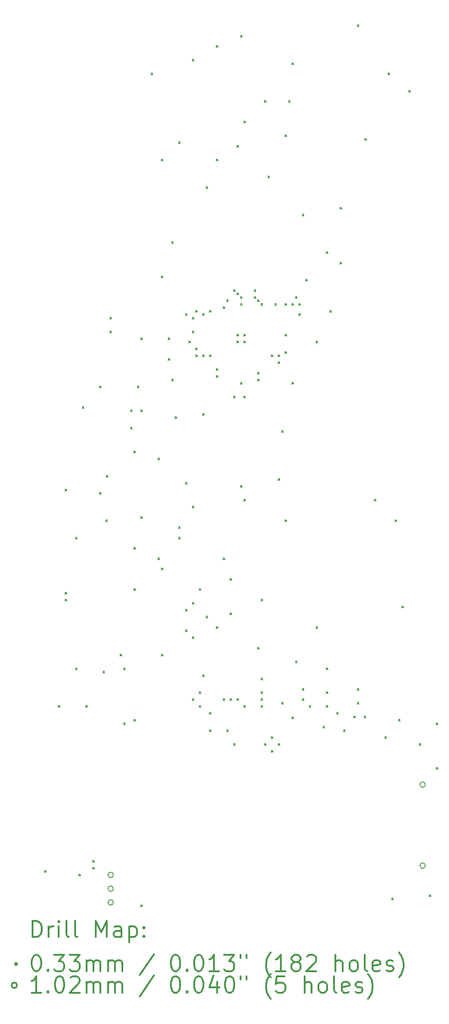
<source format=gbr>
%FSLAX45Y45*%
G04 Gerber Fmt 4.5, Leading zero omitted, Abs format (unit mm)*
G04 Created by KiCad (PCBNEW (5.1.5)-3) date 2020-02-08 22:35:04*
%MOMM*%
%LPD*%
G04 APERTURE LIST*
%ADD10C,0.200000*%
%ADD11C,0.300000*%
G04 APERTURE END LIST*
D10*
X8428990Y-18906490D02*
X8462010Y-18939510D01*
X8462010Y-18906490D02*
X8428990Y-18939510D01*
X8682990Y-15858490D02*
X8716010Y-15891510D01*
X8716010Y-15858490D02*
X8682990Y-15891510D01*
X8809990Y-11857990D02*
X8843010Y-11891010D01*
X8843010Y-11857990D02*
X8809990Y-11891010D01*
X8809990Y-13762990D02*
X8843010Y-13796010D01*
X8843010Y-13762990D02*
X8809990Y-13796010D01*
X8809990Y-13889990D02*
X8843010Y-13923010D01*
X8843010Y-13889990D02*
X8809990Y-13923010D01*
X9000490Y-12746990D02*
X9033510Y-12780010D01*
X9033510Y-12746990D02*
X9000490Y-12780010D01*
X9000490Y-15159990D02*
X9033510Y-15193010D01*
X9033510Y-15159990D02*
X9000490Y-15193010D01*
X9063990Y-18969990D02*
X9097010Y-19003010D01*
X9097010Y-18969990D02*
X9063990Y-19003010D01*
X9127490Y-10333990D02*
X9160510Y-10367010D01*
X9160510Y-10333990D02*
X9127490Y-10367010D01*
X9190990Y-15858490D02*
X9224010Y-15891510D01*
X9224010Y-15858490D02*
X9190990Y-15891510D01*
X9317990Y-18715990D02*
X9351010Y-18749010D01*
X9351010Y-18715990D02*
X9317990Y-18749010D01*
X9317990Y-18842990D02*
X9351010Y-18876010D01*
X9351010Y-18842990D02*
X9317990Y-18876010D01*
X9444990Y-9952990D02*
X9478010Y-9986010D01*
X9478010Y-9952990D02*
X9444990Y-9986010D01*
X9444990Y-11921490D02*
X9478010Y-11954510D01*
X9478010Y-11921490D02*
X9444990Y-11954510D01*
X9508490Y-15223490D02*
X9541510Y-15256510D01*
X9541510Y-15223490D02*
X9508490Y-15256510D01*
X9559290Y-12429490D02*
X9592310Y-12462510D01*
X9592310Y-12429490D02*
X9559290Y-12462510D01*
X9571990Y-11603990D02*
X9605010Y-11637010D01*
X9605010Y-11603990D02*
X9571990Y-11637010D01*
X9635490Y-8682990D02*
X9668510Y-8716010D01*
X9668510Y-8682990D02*
X9635490Y-8716010D01*
X9635490Y-8936990D02*
X9668510Y-8970010D01*
X9668510Y-8936990D02*
X9635490Y-8970010D01*
X9825990Y-14905990D02*
X9859010Y-14939010D01*
X9859010Y-14905990D02*
X9825990Y-14939010D01*
X9889490Y-15159990D02*
X9922510Y-15193010D01*
X9922510Y-15159990D02*
X9889490Y-15193010D01*
X9889490Y-16175990D02*
X9922510Y-16209010D01*
X9922510Y-16175990D02*
X9889490Y-16209010D01*
X10016490Y-10397490D02*
X10049510Y-10430510D01*
X10049510Y-10397490D02*
X10016490Y-10430510D01*
X10016490Y-10714990D02*
X10049510Y-10748010D01*
X10049510Y-10714990D02*
X10016490Y-10748010D01*
X10079990Y-11159490D02*
X10113010Y-11192510D01*
X10113010Y-11159490D02*
X10079990Y-11192510D01*
X10079990Y-12937490D02*
X10113010Y-12970510D01*
X10113010Y-12937490D02*
X10079990Y-12970510D01*
X10079990Y-13699490D02*
X10113010Y-13732510D01*
X10113010Y-13699490D02*
X10079990Y-13732510D01*
X10079990Y-16112490D02*
X10113010Y-16145510D01*
X10113010Y-16112490D02*
X10079990Y-16145510D01*
X10143490Y-9952990D02*
X10176510Y-9986010D01*
X10176510Y-9952990D02*
X10143490Y-9986010D01*
X10206990Y-9063990D02*
X10240010Y-9097010D01*
X10240010Y-9063990D02*
X10206990Y-9097010D01*
X10206990Y-10397490D02*
X10240010Y-10430510D01*
X10240010Y-10397490D02*
X10206990Y-10430510D01*
X10206990Y-12365990D02*
X10240010Y-12399010D01*
X10240010Y-12365990D02*
X10206990Y-12399010D01*
X10206990Y-19541490D02*
X10240010Y-19574510D01*
X10240010Y-19541490D02*
X10206990Y-19574510D01*
X10397490Y-4174490D02*
X10430510Y-4207510D01*
X10430510Y-4174490D02*
X10397490Y-4207510D01*
X10524490Y-11286490D02*
X10557510Y-11319510D01*
X10557510Y-11286490D02*
X10524490Y-11319510D01*
X10524490Y-13127990D02*
X10557510Y-13161010D01*
X10557510Y-13127990D02*
X10524490Y-13161010D01*
X10587990Y-5761990D02*
X10621010Y-5795010D01*
X10621010Y-5761990D02*
X10587990Y-5795010D01*
X10587990Y-7920990D02*
X10621010Y-7954010D01*
X10621010Y-7920990D02*
X10587990Y-7954010D01*
X10587990Y-13318490D02*
X10621010Y-13351510D01*
X10621010Y-13318490D02*
X10587990Y-13351510D01*
X10587990Y-14905990D02*
X10621010Y-14939010D01*
X10621010Y-14905990D02*
X10587990Y-14939010D01*
X10714990Y-9063990D02*
X10748010Y-9097010D01*
X10748010Y-9063990D02*
X10714990Y-9097010D01*
X10714990Y-9444990D02*
X10748010Y-9478010D01*
X10748010Y-9444990D02*
X10714990Y-9478010D01*
X10778490Y-7285990D02*
X10811510Y-7319010D01*
X10811510Y-7285990D02*
X10778490Y-7319010D01*
X10778490Y-9825990D02*
X10811510Y-9859010D01*
X10811510Y-9825990D02*
X10778490Y-9859010D01*
X10841990Y-10524490D02*
X10875010Y-10557510D01*
X10875010Y-10524490D02*
X10841990Y-10557510D01*
X10905490Y-5444490D02*
X10938510Y-5477510D01*
X10938510Y-5444490D02*
X10905490Y-5477510D01*
X10905490Y-12556490D02*
X10938510Y-12589510D01*
X10938510Y-12556490D02*
X10905490Y-12589510D01*
X10905490Y-12746990D02*
X10938510Y-12780010D01*
X10938510Y-12746990D02*
X10905490Y-12780010D01*
X11032490Y-8619490D02*
X11065510Y-8652510D01*
X11065510Y-8619490D02*
X11032490Y-8652510D01*
X11032490Y-11730990D02*
X11065510Y-11764010D01*
X11065510Y-11730990D02*
X11032490Y-11764010D01*
X11032490Y-14080490D02*
X11065510Y-14113510D01*
X11065510Y-14080490D02*
X11032490Y-14113510D01*
X11032490Y-14461490D02*
X11065510Y-14494510D01*
X11065510Y-14461490D02*
X11032490Y-14494510D01*
X11095990Y-9127490D02*
X11129010Y-9160510D01*
X11129010Y-9127490D02*
X11095990Y-9160510D01*
X11159490Y-3920490D02*
X11192510Y-3953510D01*
X11192510Y-3920490D02*
X11159490Y-3953510D01*
X11159490Y-8682990D02*
X11192510Y-8716010D01*
X11192510Y-8682990D02*
X11159490Y-8716010D01*
X11159490Y-8936990D02*
X11192510Y-8970010D01*
X11192510Y-8936990D02*
X11159490Y-8970010D01*
X11159490Y-12175490D02*
X11192510Y-12208510D01*
X11192510Y-12175490D02*
X11159490Y-12208510D01*
X11159490Y-13953490D02*
X11192510Y-13986510D01*
X11192510Y-13953490D02*
X11159490Y-13986510D01*
X11159490Y-14588490D02*
X11192510Y-14621510D01*
X11192510Y-14588490D02*
X11159490Y-14621510D01*
X11159490Y-15731490D02*
X11192510Y-15764510D01*
X11192510Y-15731490D02*
X11159490Y-15764510D01*
X11222990Y-8555990D02*
X11256010Y-8589010D01*
X11256010Y-8555990D02*
X11222990Y-8589010D01*
X11222990Y-9254490D02*
X11256010Y-9287510D01*
X11256010Y-9254490D02*
X11222990Y-9287510D01*
X11222990Y-9381490D02*
X11256010Y-9414510D01*
X11256010Y-9381490D02*
X11222990Y-9414510D01*
X11286490Y-13699490D02*
X11319510Y-13732510D01*
X11319510Y-13699490D02*
X11286490Y-13732510D01*
X11286490Y-15604490D02*
X11319510Y-15637510D01*
X11319510Y-15604490D02*
X11286490Y-15637510D01*
X11286490Y-15858490D02*
X11319510Y-15891510D01*
X11319510Y-15858490D02*
X11286490Y-15891510D01*
X11349990Y-8619490D02*
X11383010Y-8652510D01*
X11383010Y-8619490D02*
X11349990Y-8652510D01*
X11349990Y-9381490D02*
X11383010Y-9414510D01*
X11383010Y-9381490D02*
X11349990Y-9414510D01*
X11349990Y-10460990D02*
X11383010Y-10494010D01*
X11383010Y-10460990D02*
X11349990Y-10494010D01*
X11349990Y-15286990D02*
X11383010Y-15320010D01*
X11383010Y-15286990D02*
X11349990Y-15320010D01*
X11413490Y-6269990D02*
X11446510Y-6303010D01*
X11446510Y-6269990D02*
X11413490Y-6303010D01*
X11413490Y-14207490D02*
X11446510Y-14240510D01*
X11446510Y-14207490D02*
X11413490Y-14240510D01*
X11476990Y-8555990D02*
X11510010Y-8589010D01*
X11510010Y-8555990D02*
X11476990Y-8589010D01*
X11476990Y-9381490D02*
X11510010Y-9414510D01*
X11510010Y-9381490D02*
X11476990Y-9414510D01*
X11476990Y-15985490D02*
X11510010Y-16018510D01*
X11510010Y-15985490D02*
X11476990Y-16018510D01*
X11476990Y-16302990D02*
X11510010Y-16336010D01*
X11510010Y-16302990D02*
X11476990Y-16336010D01*
X11603990Y-3666490D02*
X11637010Y-3699510D01*
X11637010Y-3666490D02*
X11603990Y-3699510D01*
X11603990Y-5761990D02*
X11637010Y-5795010D01*
X11637010Y-5761990D02*
X11603990Y-5795010D01*
X11603990Y-9635490D02*
X11637010Y-9668510D01*
X11637010Y-9635490D02*
X11603990Y-9668510D01*
X11603990Y-9762490D02*
X11637010Y-9795510D01*
X11637010Y-9762490D02*
X11603990Y-9795510D01*
X11603990Y-14397990D02*
X11637010Y-14431010D01*
X11637010Y-14397990D02*
X11603990Y-14431010D01*
X11730990Y-8492490D02*
X11764010Y-8525510D01*
X11764010Y-8492490D02*
X11730990Y-8525510D01*
X11730990Y-13127990D02*
X11764010Y-13161010D01*
X11764010Y-13127990D02*
X11730990Y-13161010D01*
X11730990Y-15731490D02*
X11764010Y-15764510D01*
X11764010Y-15731490D02*
X11730990Y-15764510D01*
X11794490Y-8365490D02*
X11827510Y-8398510D01*
X11827510Y-8365490D02*
X11794490Y-8398510D01*
X11794490Y-16302990D02*
X11827510Y-16336010D01*
X11827510Y-16302990D02*
X11794490Y-16336010D01*
X11857990Y-13508990D02*
X11891010Y-13542010D01*
X11891010Y-13508990D02*
X11857990Y-13542010D01*
X11857990Y-14143990D02*
X11891010Y-14177010D01*
X11891010Y-14143990D02*
X11857990Y-14177010D01*
X11857990Y-15731490D02*
X11891010Y-15764510D01*
X11891010Y-15731490D02*
X11857990Y-15764510D01*
X11921490Y-8174990D02*
X11954510Y-8208010D01*
X11954510Y-8174990D02*
X11921490Y-8208010D01*
X11921490Y-10143490D02*
X11954510Y-10176510D01*
X11954510Y-10143490D02*
X11921490Y-10176510D01*
X11921490Y-16556990D02*
X11954510Y-16590010D01*
X11954510Y-16556990D02*
X11921490Y-16590010D01*
X11984990Y-5507990D02*
X12018010Y-5541010D01*
X12018010Y-5507990D02*
X11984990Y-5541010D01*
X11984990Y-8238490D02*
X12018010Y-8271510D01*
X12018010Y-8238490D02*
X11984990Y-8271510D01*
X11984990Y-9000490D02*
X12018010Y-9033510D01*
X12018010Y-9000490D02*
X11984990Y-9033510D01*
X11984990Y-9127490D02*
X12018010Y-9160510D01*
X12018010Y-9127490D02*
X11984990Y-9160510D01*
X11984990Y-15731490D02*
X12018010Y-15764510D01*
X12018010Y-15731490D02*
X11984990Y-15764510D01*
X12048490Y-3475990D02*
X12081510Y-3509010D01*
X12081510Y-3475990D02*
X12048490Y-3509010D01*
X12048490Y-8301990D02*
X12081510Y-8335010D01*
X12081510Y-8301990D02*
X12048490Y-8335010D01*
X12048490Y-8428990D02*
X12081510Y-8462010D01*
X12081510Y-8428990D02*
X12048490Y-8462010D01*
X12048490Y-9889490D02*
X12081510Y-9922510D01*
X12081510Y-9889490D02*
X12048490Y-9922510D01*
X12048490Y-11794490D02*
X12081510Y-11827510D01*
X12081510Y-11794490D02*
X12048490Y-11827510D01*
X12111990Y-5063490D02*
X12145010Y-5096510D01*
X12145010Y-5063490D02*
X12111990Y-5096510D01*
X12111990Y-9000490D02*
X12145010Y-9033510D01*
X12145010Y-9000490D02*
X12111990Y-9033510D01*
X12111990Y-9127490D02*
X12145010Y-9160510D01*
X12145010Y-9127490D02*
X12111990Y-9160510D01*
X12111990Y-10143490D02*
X12145010Y-10176510D01*
X12145010Y-10143490D02*
X12111990Y-10176510D01*
X12111990Y-12048490D02*
X12145010Y-12081510D01*
X12145010Y-12048490D02*
X12111990Y-12081510D01*
X12111990Y-15858490D02*
X12145010Y-15891510D01*
X12145010Y-15858490D02*
X12111990Y-15891510D01*
X12302490Y-8174990D02*
X12335510Y-8208010D01*
X12335510Y-8174990D02*
X12302490Y-8208010D01*
X12302490Y-8301990D02*
X12335510Y-8335010D01*
X12335510Y-8301990D02*
X12302490Y-8335010D01*
X12365990Y-8365490D02*
X12399010Y-8398510D01*
X12399010Y-8365490D02*
X12365990Y-8398510D01*
X12365990Y-9698990D02*
X12399010Y-9732010D01*
X12399010Y-9698990D02*
X12365990Y-9732010D01*
X12365990Y-9825990D02*
X12399010Y-9859010D01*
X12399010Y-9825990D02*
X12365990Y-9859010D01*
X12365990Y-14778990D02*
X12399010Y-14812010D01*
X12399010Y-14778990D02*
X12365990Y-14812010D01*
X12429490Y-8428990D02*
X12462510Y-8462010D01*
X12462510Y-8428990D02*
X12429490Y-8462010D01*
X12429490Y-13889990D02*
X12462510Y-13923010D01*
X12462510Y-13889990D02*
X12429490Y-13923010D01*
X12429490Y-15350490D02*
X12462510Y-15383510D01*
X12462510Y-15350490D02*
X12429490Y-15383510D01*
X12429490Y-15604490D02*
X12462510Y-15637510D01*
X12462510Y-15604490D02*
X12429490Y-15637510D01*
X12429490Y-15731490D02*
X12462510Y-15764510D01*
X12462510Y-15731490D02*
X12429490Y-15764510D01*
X12429490Y-15858490D02*
X12462510Y-15891510D01*
X12462510Y-15858490D02*
X12429490Y-15891510D01*
X12492990Y-4682490D02*
X12526010Y-4715510D01*
X12526010Y-4682490D02*
X12492990Y-4715510D01*
X12492990Y-16556990D02*
X12526010Y-16590010D01*
X12526010Y-16556990D02*
X12492990Y-16590010D01*
X12556490Y-6079490D02*
X12589510Y-6112510D01*
X12589510Y-6079490D02*
X12556490Y-6112510D01*
X12619990Y-9381490D02*
X12653010Y-9414510D01*
X12653010Y-9381490D02*
X12619990Y-9414510D01*
X12619990Y-16429990D02*
X12653010Y-16463010D01*
X12653010Y-16429990D02*
X12619990Y-16463010D01*
X12619990Y-16683990D02*
X12653010Y-16717010D01*
X12653010Y-16683990D02*
X12619990Y-16717010D01*
X12683490Y-8428990D02*
X12716510Y-8462010D01*
X12716510Y-8428990D02*
X12683490Y-8462010D01*
X12746990Y-9381490D02*
X12780010Y-9414510D01*
X12780010Y-9381490D02*
X12746990Y-9414510D01*
X12746990Y-9508490D02*
X12780010Y-9541510D01*
X12780010Y-9508490D02*
X12746990Y-9541510D01*
X12746990Y-11667490D02*
X12780010Y-11700510D01*
X12780010Y-11667490D02*
X12746990Y-11700510D01*
X12746990Y-16556990D02*
X12780010Y-16590010D01*
X12780010Y-16556990D02*
X12746990Y-16590010D01*
X12810490Y-10778490D02*
X12843510Y-10811510D01*
X12843510Y-10778490D02*
X12810490Y-10811510D01*
X12810490Y-15794990D02*
X12843510Y-15828010D01*
X12843510Y-15794990D02*
X12810490Y-15828010D01*
X12873990Y-5317490D02*
X12907010Y-5350510D01*
X12907010Y-5317490D02*
X12873990Y-5350510D01*
X12873990Y-8428990D02*
X12907010Y-8462010D01*
X12907010Y-8428990D02*
X12873990Y-8462010D01*
X12873990Y-9000490D02*
X12907010Y-9033510D01*
X12907010Y-9000490D02*
X12873990Y-9033510D01*
X12873990Y-9317990D02*
X12907010Y-9351010D01*
X12907010Y-9317990D02*
X12873990Y-9351010D01*
X12873990Y-12429490D02*
X12907010Y-12462510D01*
X12907010Y-12429490D02*
X12873990Y-12462510D01*
X12937490Y-4682490D02*
X12970510Y-4715510D01*
X12970510Y-4682490D02*
X12937490Y-4715510D01*
X13000990Y-3983990D02*
X13034010Y-4017010D01*
X13034010Y-3983990D02*
X13000990Y-4017010D01*
X13000990Y-8428990D02*
X13034010Y-8462010D01*
X13034010Y-8428990D02*
X13000990Y-8462010D01*
X13000990Y-9889490D02*
X13034010Y-9922510D01*
X13034010Y-9889490D02*
X13000990Y-9922510D01*
X13000990Y-16069924D02*
X13034010Y-16102944D01*
X13034010Y-16069924D02*
X13000990Y-16102944D01*
X13064490Y-8301990D02*
X13097510Y-8335010D01*
X13097510Y-8301990D02*
X13064490Y-8335010D01*
X13064490Y-15032990D02*
X13097510Y-15066010D01*
X13097510Y-15032990D02*
X13064490Y-15066010D01*
X13127990Y-8428990D02*
X13161010Y-8462010D01*
X13161010Y-8428990D02*
X13127990Y-8462010D01*
X13127990Y-8619490D02*
X13161010Y-8652510D01*
X13161010Y-8619490D02*
X13127990Y-8652510D01*
X13191490Y-6777990D02*
X13224510Y-6811010D01*
X13224510Y-6777990D02*
X13191490Y-6811010D01*
X13191490Y-15540990D02*
X13224510Y-15574010D01*
X13224510Y-15540990D02*
X13191490Y-15574010D01*
X13191490Y-15731490D02*
X13224510Y-15764510D01*
X13224510Y-15731490D02*
X13191490Y-15764510D01*
X13254990Y-7984490D02*
X13288010Y-8017510D01*
X13288010Y-7984490D02*
X13254990Y-8017510D01*
X13318490Y-15858490D02*
X13351510Y-15891510D01*
X13351510Y-15858490D02*
X13318490Y-15891510D01*
X13445490Y-9127490D02*
X13478510Y-9160510D01*
X13478510Y-9127490D02*
X13445490Y-9160510D01*
X13445490Y-14397990D02*
X13478510Y-14431010D01*
X13478510Y-14397990D02*
X13445490Y-14431010D01*
X13572490Y-16239490D02*
X13605510Y-16272510D01*
X13605510Y-16239490D02*
X13572490Y-16272510D01*
X13635990Y-7476490D02*
X13669010Y-7509510D01*
X13669010Y-7476490D02*
X13635990Y-7509510D01*
X13635990Y-15159990D02*
X13669010Y-15193010D01*
X13669010Y-15159990D02*
X13635990Y-15193010D01*
X13635990Y-15604490D02*
X13669010Y-15637510D01*
X13669010Y-15604490D02*
X13635990Y-15637510D01*
X13635990Y-15858490D02*
X13669010Y-15891510D01*
X13669010Y-15858490D02*
X13635990Y-15891510D01*
X13699490Y-8555990D02*
X13732510Y-8589010D01*
X13732510Y-8555990D02*
X13699490Y-8589010D01*
X13826490Y-15985490D02*
X13859510Y-16018510D01*
X13859510Y-15985490D02*
X13826490Y-16018510D01*
X13889990Y-6650990D02*
X13923010Y-6684010D01*
X13923010Y-6650990D02*
X13889990Y-6684010D01*
X13889990Y-7666990D02*
X13923010Y-7700010D01*
X13923010Y-7666990D02*
X13889990Y-7700010D01*
X13953490Y-16302990D02*
X13986510Y-16336010D01*
X13986510Y-16302990D02*
X13953490Y-16336010D01*
X14143990Y-16048990D02*
X14177010Y-16082010D01*
X14177010Y-16048990D02*
X14143990Y-16082010D01*
X14207490Y-3285490D02*
X14240510Y-3318510D01*
X14240510Y-3285490D02*
X14207490Y-3318510D01*
X14207490Y-15540990D02*
X14240510Y-15574010D01*
X14240510Y-15540990D02*
X14207490Y-15574010D01*
X14207490Y-15794990D02*
X14240510Y-15828010D01*
X14240510Y-15794990D02*
X14207490Y-15828010D01*
X14334490Y-16048990D02*
X14367510Y-16082010D01*
X14367510Y-16048990D02*
X14334490Y-16082010D01*
X14347190Y-5380990D02*
X14380210Y-5414010D01*
X14380210Y-5380990D02*
X14347190Y-5414010D01*
X14524990Y-12048490D02*
X14558010Y-12081510D01*
X14558010Y-12048490D02*
X14524990Y-12081510D01*
X14715490Y-16429990D02*
X14748510Y-16463010D01*
X14748510Y-16429990D02*
X14715490Y-16463010D01*
X14778990Y-4174490D02*
X14812010Y-4207510D01*
X14812010Y-4174490D02*
X14778990Y-4207510D01*
X14842490Y-19414490D02*
X14875510Y-19447510D01*
X14875510Y-19414490D02*
X14842490Y-19447510D01*
X14905990Y-12429490D02*
X14939010Y-12462510D01*
X14939010Y-12429490D02*
X14905990Y-12462510D01*
X14969490Y-16112490D02*
X15002510Y-16145510D01*
X15002510Y-16112490D02*
X14969490Y-16145510D01*
X15032990Y-14016990D02*
X15066010Y-14050010D01*
X15066010Y-14016990D02*
X15032990Y-14050010D01*
X15159990Y-4491990D02*
X15193010Y-4525010D01*
X15193010Y-4491990D02*
X15159990Y-4525010D01*
X15350490Y-16556990D02*
X15383510Y-16590010D01*
X15383510Y-16556990D02*
X15350490Y-16590010D01*
X15540990Y-19350990D02*
X15574010Y-19384010D01*
X15574010Y-19350990D02*
X15540990Y-19384010D01*
X15667990Y-16175990D02*
X15701010Y-16209010D01*
X15701010Y-16175990D02*
X15667990Y-16209010D01*
X15667990Y-17001490D02*
X15701010Y-17034510D01*
X15701010Y-17001490D02*
X15667990Y-17034510D01*
X15468600Y-17317720D02*
G75*
G03X15468600Y-17317720I-50800J0D01*
G01*
X15468600Y-18816320D02*
G75*
G03X15468600Y-18816320I-50800J0D01*
G01*
X9702800Y-18986500D02*
G75*
G03X9702800Y-18986500I-50800J0D01*
G01*
X9702800Y-19240500D02*
G75*
G03X9702800Y-19240500I-50800J0D01*
G01*
X9702800Y-19494500D02*
G75*
G03X9702800Y-19494500I-50800J0D01*
G01*
D11*
X8208009Y-20134218D02*
X8208009Y-19834218D01*
X8279437Y-19834218D01*
X8322295Y-19848504D01*
X8350866Y-19877076D01*
X8365152Y-19905647D01*
X8379437Y-19962790D01*
X8379437Y-20005647D01*
X8365152Y-20062790D01*
X8350866Y-20091361D01*
X8322295Y-20119933D01*
X8279437Y-20134218D01*
X8208009Y-20134218D01*
X8508009Y-20134218D02*
X8508009Y-19934218D01*
X8508009Y-19991361D02*
X8522295Y-19962790D01*
X8536580Y-19948504D01*
X8565152Y-19934218D01*
X8593723Y-19934218D01*
X8693723Y-20134218D02*
X8693723Y-19934218D01*
X8693723Y-19834218D02*
X8679438Y-19848504D01*
X8693723Y-19862790D01*
X8708009Y-19848504D01*
X8693723Y-19834218D01*
X8693723Y-19862790D01*
X8879438Y-20134218D02*
X8850866Y-20119933D01*
X8836580Y-20091361D01*
X8836580Y-19834218D01*
X9036580Y-20134218D02*
X9008009Y-20119933D01*
X8993723Y-20091361D01*
X8993723Y-19834218D01*
X9379438Y-20134218D02*
X9379438Y-19834218D01*
X9479438Y-20048504D01*
X9579438Y-19834218D01*
X9579438Y-20134218D01*
X9850866Y-20134218D02*
X9850866Y-19977076D01*
X9836580Y-19948504D01*
X9808009Y-19934218D01*
X9750866Y-19934218D01*
X9722295Y-19948504D01*
X9850866Y-20119933D02*
X9822295Y-20134218D01*
X9750866Y-20134218D01*
X9722295Y-20119933D01*
X9708009Y-20091361D01*
X9708009Y-20062790D01*
X9722295Y-20034218D01*
X9750866Y-20019933D01*
X9822295Y-20019933D01*
X9850866Y-20005647D01*
X9993723Y-19934218D02*
X9993723Y-20234218D01*
X9993723Y-19948504D02*
X10022295Y-19934218D01*
X10079438Y-19934218D01*
X10108009Y-19948504D01*
X10122295Y-19962790D01*
X10136580Y-19991361D01*
X10136580Y-20077076D01*
X10122295Y-20105647D01*
X10108009Y-20119933D01*
X10079438Y-20134218D01*
X10022295Y-20134218D01*
X9993723Y-20119933D01*
X10265152Y-20105647D02*
X10279438Y-20119933D01*
X10265152Y-20134218D01*
X10250866Y-20119933D01*
X10265152Y-20105647D01*
X10265152Y-20134218D01*
X10265152Y-19948504D02*
X10279438Y-19962790D01*
X10265152Y-19977076D01*
X10250866Y-19962790D01*
X10265152Y-19948504D01*
X10265152Y-19977076D01*
X7888560Y-20611994D02*
X7921580Y-20645014D01*
X7921580Y-20611994D02*
X7888560Y-20645014D01*
X8265152Y-20464218D02*
X8293723Y-20464218D01*
X8322295Y-20478504D01*
X8336580Y-20492790D01*
X8350866Y-20521361D01*
X8365152Y-20578504D01*
X8365152Y-20649933D01*
X8350866Y-20707076D01*
X8336580Y-20735647D01*
X8322295Y-20749933D01*
X8293723Y-20764218D01*
X8265152Y-20764218D01*
X8236580Y-20749933D01*
X8222295Y-20735647D01*
X8208009Y-20707076D01*
X8193723Y-20649933D01*
X8193723Y-20578504D01*
X8208009Y-20521361D01*
X8222295Y-20492790D01*
X8236580Y-20478504D01*
X8265152Y-20464218D01*
X8493723Y-20735647D02*
X8508009Y-20749933D01*
X8493723Y-20764218D01*
X8479438Y-20749933D01*
X8493723Y-20735647D01*
X8493723Y-20764218D01*
X8608009Y-20464218D02*
X8793723Y-20464218D01*
X8693723Y-20578504D01*
X8736580Y-20578504D01*
X8765152Y-20592790D01*
X8779438Y-20607076D01*
X8793723Y-20635647D01*
X8793723Y-20707076D01*
X8779438Y-20735647D01*
X8765152Y-20749933D01*
X8736580Y-20764218D01*
X8650866Y-20764218D01*
X8622295Y-20749933D01*
X8608009Y-20735647D01*
X8893723Y-20464218D02*
X9079438Y-20464218D01*
X8979438Y-20578504D01*
X9022295Y-20578504D01*
X9050866Y-20592790D01*
X9065152Y-20607076D01*
X9079438Y-20635647D01*
X9079438Y-20707076D01*
X9065152Y-20735647D01*
X9050866Y-20749933D01*
X9022295Y-20764218D01*
X8936580Y-20764218D01*
X8908009Y-20749933D01*
X8893723Y-20735647D01*
X9208009Y-20764218D02*
X9208009Y-20564218D01*
X9208009Y-20592790D02*
X9222295Y-20578504D01*
X9250866Y-20564218D01*
X9293723Y-20564218D01*
X9322295Y-20578504D01*
X9336580Y-20607076D01*
X9336580Y-20764218D01*
X9336580Y-20607076D02*
X9350866Y-20578504D01*
X9379438Y-20564218D01*
X9422295Y-20564218D01*
X9450866Y-20578504D01*
X9465152Y-20607076D01*
X9465152Y-20764218D01*
X9608009Y-20764218D02*
X9608009Y-20564218D01*
X9608009Y-20592790D02*
X9622295Y-20578504D01*
X9650866Y-20564218D01*
X9693723Y-20564218D01*
X9722295Y-20578504D01*
X9736580Y-20607076D01*
X9736580Y-20764218D01*
X9736580Y-20607076D02*
X9750866Y-20578504D01*
X9779438Y-20564218D01*
X9822295Y-20564218D01*
X9850866Y-20578504D01*
X9865152Y-20607076D01*
X9865152Y-20764218D01*
X10450866Y-20449933D02*
X10193723Y-20835647D01*
X10836580Y-20464218D02*
X10865152Y-20464218D01*
X10893723Y-20478504D01*
X10908009Y-20492790D01*
X10922295Y-20521361D01*
X10936580Y-20578504D01*
X10936580Y-20649933D01*
X10922295Y-20707076D01*
X10908009Y-20735647D01*
X10893723Y-20749933D01*
X10865152Y-20764218D01*
X10836580Y-20764218D01*
X10808009Y-20749933D01*
X10793723Y-20735647D01*
X10779438Y-20707076D01*
X10765152Y-20649933D01*
X10765152Y-20578504D01*
X10779438Y-20521361D01*
X10793723Y-20492790D01*
X10808009Y-20478504D01*
X10836580Y-20464218D01*
X11065152Y-20735647D02*
X11079438Y-20749933D01*
X11065152Y-20764218D01*
X11050866Y-20749933D01*
X11065152Y-20735647D01*
X11065152Y-20764218D01*
X11265152Y-20464218D02*
X11293723Y-20464218D01*
X11322295Y-20478504D01*
X11336580Y-20492790D01*
X11350866Y-20521361D01*
X11365152Y-20578504D01*
X11365152Y-20649933D01*
X11350866Y-20707076D01*
X11336580Y-20735647D01*
X11322295Y-20749933D01*
X11293723Y-20764218D01*
X11265152Y-20764218D01*
X11236580Y-20749933D01*
X11222295Y-20735647D01*
X11208009Y-20707076D01*
X11193723Y-20649933D01*
X11193723Y-20578504D01*
X11208009Y-20521361D01*
X11222295Y-20492790D01*
X11236580Y-20478504D01*
X11265152Y-20464218D01*
X11650866Y-20764218D02*
X11479437Y-20764218D01*
X11565152Y-20764218D02*
X11565152Y-20464218D01*
X11536580Y-20507076D01*
X11508009Y-20535647D01*
X11479437Y-20549933D01*
X11750866Y-20464218D02*
X11936580Y-20464218D01*
X11836580Y-20578504D01*
X11879437Y-20578504D01*
X11908009Y-20592790D01*
X11922295Y-20607076D01*
X11936580Y-20635647D01*
X11936580Y-20707076D01*
X11922295Y-20735647D01*
X11908009Y-20749933D01*
X11879437Y-20764218D01*
X11793723Y-20764218D01*
X11765152Y-20749933D01*
X11750866Y-20735647D01*
X12050866Y-20464218D02*
X12050866Y-20521361D01*
X12165152Y-20464218D02*
X12165152Y-20521361D01*
X12608009Y-20878504D02*
X12593723Y-20864218D01*
X12565152Y-20821361D01*
X12550866Y-20792790D01*
X12536580Y-20749933D01*
X12522295Y-20678504D01*
X12522295Y-20621361D01*
X12536580Y-20549933D01*
X12550866Y-20507076D01*
X12565152Y-20478504D01*
X12593723Y-20435647D01*
X12608009Y-20421361D01*
X12879437Y-20764218D02*
X12708009Y-20764218D01*
X12793723Y-20764218D02*
X12793723Y-20464218D01*
X12765152Y-20507076D01*
X12736580Y-20535647D01*
X12708009Y-20549933D01*
X13050866Y-20592790D02*
X13022295Y-20578504D01*
X13008009Y-20564218D01*
X12993723Y-20535647D01*
X12993723Y-20521361D01*
X13008009Y-20492790D01*
X13022295Y-20478504D01*
X13050866Y-20464218D01*
X13108009Y-20464218D01*
X13136580Y-20478504D01*
X13150866Y-20492790D01*
X13165152Y-20521361D01*
X13165152Y-20535647D01*
X13150866Y-20564218D01*
X13136580Y-20578504D01*
X13108009Y-20592790D01*
X13050866Y-20592790D01*
X13022295Y-20607076D01*
X13008009Y-20621361D01*
X12993723Y-20649933D01*
X12993723Y-20707076D01*
X13008009Y-20735647D01*
X13022295Y-20749933D01*
X13050866Y-20764218D01*
X13108009Y-20764218D01*
X13136580Y-20749933D01*
X13150866Y-20735647D01*
X13165152Y-20707076D01*
X13165152Y-20649933D01*
X13150866Y-20621361D01*
X13136580Y-20607076D01*
X13108009Y-20592790D01*
X13279437Y-20492790D02*
X13293723Y-20478504D01*
X13322295Y-20464218D01*
X13393723Y-20464218D01*
X13422295Y-20478504D01*
X13436580Y-20492790D01*
X13450866Y-20521361D01*
X13450866Y-20549933D01*
X13436580Y-20592790D01*
X13265152Y-20764218D01*
X13450866Y-20764218D01*
X13808009Y-20764218D02*
X13808009Y-20464218D01*
X13936580Y-20764218D02*
X13936580Y-20607076D01*
X13922295Y-20578504D01*
X13893723Y-20564218D01*
X13850866Y-20564218D01*
X13822295Y-20578504D01*
X13808009Y-20592790D01*
X14122295Y-20764218D02*
X14093723Y-20749933D01*
X14079437Y-20735647D01*
X14065152Y-20707076D01*
X14065152Y-20621361D01*
X14079437Y-20592790D01*
X14093723Y-20578504D01*
X14122295Y-20564218D01*
X14165152Y-20564218D01*
X14193723Y-20578504D01*
X14208009Y-20592790D01*
X14222295Y-20621361D01*
X14222295Y-20707076D01*
X14208009Y-20735647D01*
X14193723Y-20749933D01*
X14165152Y-20764218D01*
X14122295Y-20764218D01*
X14393723Y-20764218D02*
X14365152Y-20749933D01*
X14350866Y-20721361D01*
X14350866Y-20464218D01*
X14622295Y-20749933D02*
X14593723Y-20764218D01*
X14536580Y-20764218D01*
X14508009Y-20749933D01*
X14493723Y-20721361D01*
X14493723Y-20607076D01*
X14508009Y-20578504D01*
X14536580Y-20564218D01*
X14593723Y-20564218D01*
X14622295Y-20578504D01*
X14636580Y-20607076D01*
X14636580Y-20635647D01*
X14493723Y-20664218D01*
X14750866Y-20749933D02*
X14779437Y-20764218D01*
X14836580Y-20764218D01*
X14865152Y-20749933D01*
X14879437Y-20721361D01*
X14879437Y-20707076D01*
X14865152Y-20678504D01*
X14836580Y-20664218D01*
X14793723Y-20664218D01*
X14765152Y-20649933D01*
X14750866Y-20621361D01*
X14750866Y-20607076D01*
X14765152Y-20578504D01*
X14793723Y-20564218D01*
X14836580Y-20564218D01*
X14865152Y-20578504D01*
X14979437Y-20878504D02*
X14993723Y-20864218D01*
X15022295Y-20821361D01*
X15036580Y-20792790D01*
X15050866Y-20749933D01*
X15065152Y-20678504D01*
X15065152Y-20621361D01*
X15050866Y-20549933D01*
X15036580Y-20507076D01*
X15022295Y-20478504D01*
X14993723Y-20435647D01*
X14979437Y-20421361D01*
X7921580Y-21024504D02*
G75*
G03X7921580Y-21024504I-50800J0D01*
G01*
X8365152Y-21160218D02*
X8193723Y-21160218D01*
X8279437Y-21160218D02*
X8279437Y-20860218D01*
X8250866Y-20903076D01*
X8222295Y-20931647D01*
X8193723Y-20945933D01*
X8493723Y-21131647D02*
X8508009Y-21145933D01*
X8493723Y-21160218D01*
X8479438Y-21145933D01*
X8493723Y-21131647D01*
X8493723Y-21160218D01*
X8693723Y-20860218D02*
X8722295Y-20860218D01*
X8750866Y-20874504D01*
X8765152Y-20888790D01*
X8779438Y-20917361D01*
X8793723Y-20974504D01*
X8793723Y-21045933D01*
X8779438Y-21103076D01*
X8765152Y-21131647D01*
X8750866Y-21145933D01*
X8722295Y-21160218D01*
X8693723Y-21160218D01*
X8665152Y-21145933D01*
X8650866Y-21131647D01*
X8636580Y-21103076D01*
X8622295Y-21045933D01*
X8622295Y-20974504D01*
X8636580Y-20917361D01*
X8650866Y-20888790D01*
X8665152Y-20874504D01*
X8693723Y-20860218D01*
X8908009Y-20888790D02*
X8922295Y-20874504D01*
X8950866Y-20860218D01*
X9022295Y-20860218D01*
X9050866Y-20874504D01*
X9065152Y-20888790D01*
X9079438Y-20917361D01*
X9079438Y-20945933D01*
X9065152Y-20988790D01*
X8893723Y-21160218D01*
X9079438Y-21160218D01*
X9208009Y-21160218D02*
X9208009Y-20960218D01*
X9208009Y-20988790D02*
X9222295Y-20974504D01*
X9250866Y-20960218D01*
X9293723Y-20960218D01*
X9322295Y-20974504D01*
X9336580Y-21003076D01*
X9336580Y-21160218D01*
X9336580Y-21003076D02*
X9350866Y-20974504D01*
X9379438Y-20960218D01*
X9422295Y-20960218D01*
X9450866Y-20974504D01*
X9465152Y-21003076D01*
X9465152Y-21160218D01*
X9608009Y-21160218D02*
X9608009Y-20960218D01*
X9608009Y-20988790D02*
X9622295Y-20974504D01*
X9650866Y-20960218D01*
X9693723Y-20960218D01*
X9722295Y-20974504D01*
X9736580Y-21003076D01*
X9736580Y-21160218D01*
X9736580Y-21003076D02*
X9750866Y-20974504D01*
X9779438Y-20960218D01*
X9822295Y-20960218D01*
X9850866Y-20974504D01*
X9865152Y-21003076D01*
X9865152Y-21160218D01*
X10450866Y-20845933D02*
X10193723Y-21231647D01*
X10836580Y-20860218D02*
X10865152Y-20860218D01*
X10893723Y-20874504D01*
X10908009Y-20888790D01*
X10922295Y-20917361D01*
X10936580Y-20974504D01*
X10936580Y-21045933D01*
X10922295Y-21103076D01*
X10908009Y-21131647D01*
X10893723Y-21145933D01*
X10865152Y-21160218D01*
X10836580Y-21160218D01*
X10808009Y-21145933D01*
X10793723Y-21131647D01*
X10779438Y-21103076D01*
X10765152Y-21045933D01*
X10765152Y-20974504D01*
X10779438Y-20917361D01*
X10793723Y-20888790D01*
X10808009Y-20874504D01*
X10836580Y-20860218D01*
X11065152Y-21131647D02*
X11079438Y-21145933D01*
X11065152Y-21160218D01*
X11050866Y-21145933D01*
X11065152Y-21131647D01*
X11065152Y-21160218D01*
X11265152Y-20860218D02*
X11293723Y-20860218D01*
X11322295Y-20874504D01*
X11336580Y-20888790D01*
X11350866Y-20917361D01*
X11365152Y-20974504D01*
X11365152Y-21045933D01*
X11350866Y-21103076D01*
X11336580Y-21131647D01*
X11322295Y-21145933D01*
X11293723Y-21160218D01*
X11265152Y-21160218D01*
X11236580Y-21145933D01*
X11222295Y-21131647D01*
X11208009Y-21103076D01*
X11193723Y-21045933D01*
X11193723Y-20974504D01*
X11208009Y-20917361D01*
X11222295Y-20888790D01*
X11236580Y-20874504D01*
X11265152Y-20860218D01*
X11622295Y-20960218D02*
X11622295Y-21160218D01*
X11550866Y-20845933D02*
X11479437Y-21060218D01*
X11665152Y-21060218D01*
X11836580Y-20860218D02*
X11865152Y-20860218D01*
X11893723Y-20874504D01*
X11908009Y-20888790D01*
X11922295Y-20917361D01*
X11936580Y-20974504D01*
X11936580Y-21045933D01*
X11922295Y-21103076D01*
X11908009Y-21131647D01*
X11893723Y-21145933D01*
X11865152Y-21160218D01*
X11836580Y-21160218D01*
X11808009Y-21145933D01*
X11793723Y-21131647D01*
X11779437Y-21103076D01*
X11765152Y-21045933D01*
X11765152Y-20974504D01*
X11779437Y-20917361D01*
X11793723Y-20888790D01*
X11808009Y-20874504D01*
X11836580Y-20860218D01*
X12050866Y-20860218D02*
X12050866Y-20917361D01*
X12165152Y-20860218D02*
X12165152Y-20917361D01*
X12608009Y-21274504D02*
X12593723Y-21260218D01*
X12565152Y-21217361D01*
X12550866Y-21188790D01*
X12536580Y-21145933D01*
X12522295Y-21074504D01*
X12522295Y-21017361D01*
X12536580Y-20945933D01*
X12550866Y-20903076D01*
X12565152Y-20874504D01*
X12593723Y-20831647D01*
X12608009Y-20817361D01*
X12865152Y-20860218D02*
X12722295Y-20860218D01*
X12708009Y-21003076D01*
X12722295Y-20988790D01*
X12750866Y-20974504D01*
X12822295Y-20974504D01*
X12850866Y-20988790D01*
X12865152Y-21003076D01*
X12879437Y-21031647D01*
X12879437Y-21103076D01*
X12865152Y-21131647D01*
X12850866Y-21145933D01*
X12822295Y-21160218D01*
X12750866Y-21160218D01*
X12722295Y-21145933D01*
X12708009Y-21131647D01*
X13236580Y-21160218D02*
X13236580Y-20860218D01*
X13365152Y-21160218D02*
X13365152Y-21003076D01*
X13350866Y-20974504D01*
X13322295Y-20960218D01*
X13279437Y-20960218D01*
X13250866Y-20974504D01*
X13236580Y-20988790D01*
X13550866Y-21160218D02*
X13522295Y-21145933D01*
X13508009Y-21131647D01*
X13493723Y-21103076D01*
X13493723Y-21017361D01*
X13508009Y-20988790D01*
X13522295Y-20974504D01*
X13550866Y-20960218D01*
X13593723Y-20960218D01*
X13622295Y-20974504D01*
X13636580Y-20988790D01*
X13650866Y-21017361D01*
X13650866Y-21103076D01*
X13636580Y-21131647D01*
X13622295Y-21145933D01*
X13593723Y-21160218D01*
X13550866Y-21160218D01*
X13822295Y-21160218D02*
X13793723Y-21145933D01*
X13779437Y-21117361D01*
X13779437Y-20860218D01*
X14050866Y-21145933D02*
X14022295Y-21160218D01*
X13965152Y-21160218D01*
X13936580Y-21145933D01*
X13922295Y-21117361D01*
X13922295Y-21003076D01*
X13936580Y-20974504D01*
X13965152Y-20960218D01*
X14022295Y-20960218D01*
X14050866Y-20974504D01*
X14065152Y-21003076D01*
X14065152Y-21031647D01*
X13922295Y-21060218D01*
X14179437Y-21145933D02*
X14208009Y-21160218D01*
X14265152Y-21160218D01*
X14293723Y-21145933D01*
X14308009Y-21117361D01*
X14308009Y-21103076D01*
X14293723Y-21074504D01*
X14265152Y-21060218D01*
X14222295Y-21060218D01*
X14193723Y-21045933D01*
X14179437Y-21017361D01*
X14179437Y-21003076D01*
X14193723Y-20974504D01*
X14222295Y-20960218D01*
X14265152Y-20960218D01*
X14293723Y-20974504D01*
X14408009Y-21274504D02*
X14422295Y-21260218D01*
X14450866Y-21217361D01*
X14465152Y-21188790D01*
X14479437Y-21145933D01*
X14493723Y-21074504D01*
X14493723Y-21017361D01*
X14479437Y-20945933D01*
X14465152Y-20903076D01*
X14450866Y-20874504D01*
X14422295Y-20831647D01*
X14408009Y-20817361D01*
M02*

</source>
